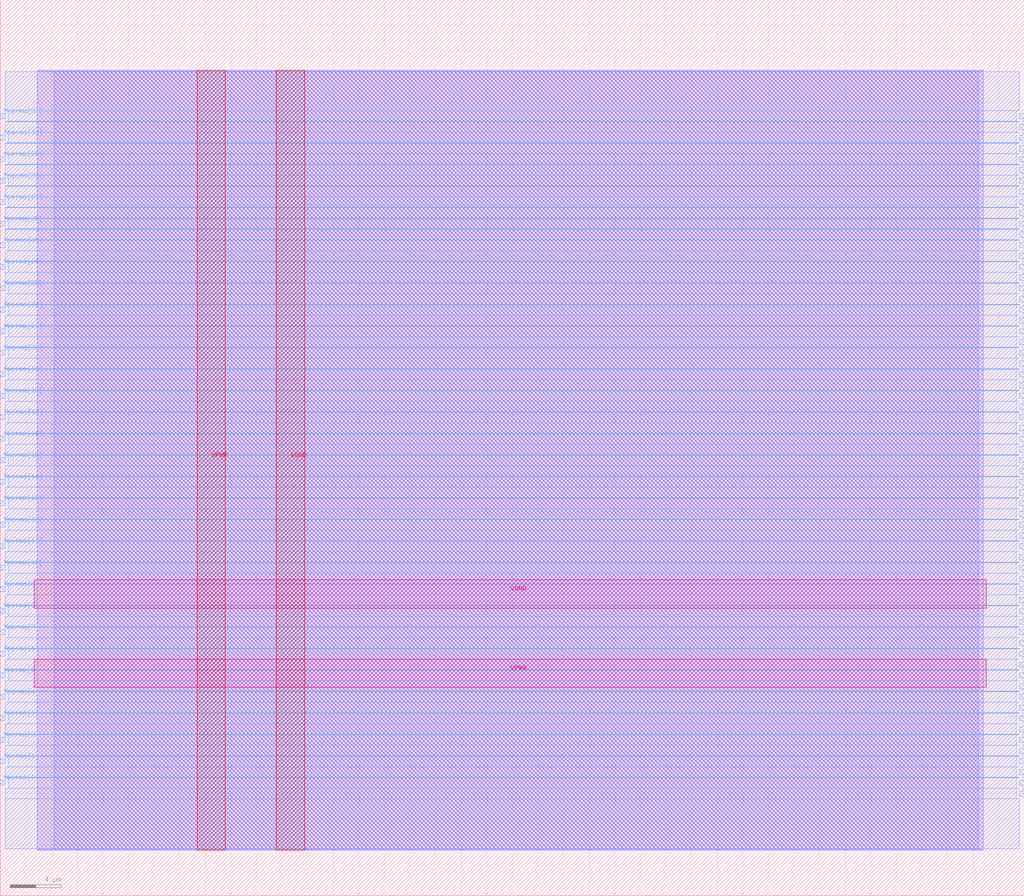
<source format=lef>
VERSION 5.7 ;
  NOWIREEXTENSIONATPIN ON ;
  DIVIDERCHAR "/" ;
  BUSBITCHARS "[]" ;
MACRO non_overlap
  CLASS BLOCK ;
  FOREIGN non_overlap ;
  ORIGIN 0.000 0.000 ;
  SIZE 80.000 BY 70.000 ;
  PIN ON[0]
    DIRECTION OUTPUT ;
    USE SIGNAL ;
    ANTENNADIFFAREA 0.299200 ;
    PORT
      LAYER Metal3 ;
        RECT 79.600 7.780 80.000 8.180 ;
    END
  END ON[0]
  PIN ON[10]
    DIRECTION OUTPUT ;
    USE SIGNAL ;
    ANTENNADIFFAREA 0.299200 ;
    PORT
      LAYER Metal3 ;
        RECT 79.600 24.580 80.000 24.980 ;
    END
  END ON[10]
  PIN ON[11]
    DIRECTION OUTPUT ;
    USE SIGNAL ;
    ANTENNADIFFAREA 0.299200 ;
    PORT
      LAYER Metal3 ;
        RECT 79.600 26.260 80.000 26.660 ;
    END
  END ON[11]
  PIN ON[12]
    DIRECTION OUTPUT ;
    USE SIGNAL ;
    ANTENNADIFFAREA 0.299200 ;
    PORT
      LAYER Metal3 ;
        RECT 79.600 27.940 80.000 28.340 ;
    END
  END ON[12]
  PIN ON[13]
    DIRECTION OUTPUT ;
    USE SIGNAL ;
    ANTENNADIFFAREA 0.299200 ;
    PORT
      LAYER Metal3 ;
        RECT 79.600 29.620 80.000 30.020 ;
    END
  END ON[13]
  PIN ON[14]
    DIRECTION OUTPUT ;
    USE SIGNAL ;
    ANTENNADIFFAREA 0.299200 ;
    PORT
      LAYER Metal3 ;
        RECT 79.600 31.300 80.000 31.700 ;
    END
  END ON[14]
  PIN ON[15]
    DIRECTION OUTPUT ;
    USE SIGNAL ;
    ANTENNADIFFAREA 0.299200 ;
    PORT
      LAYER Metal3 ;
        RECT 79.600 32.980 80.000 33.380 ;
    END
  END ON[15]
  PIN ON[16]
    DIRECTION OUTPUT ;
    USE SIGNAL ;
    ANTENNADIFFAREA 0.299200 ;
    PORT
      LAYER Metal3 ;
        RECT 79.600 34.660 80.000 35.060 ;
    END
  END ON[16]
  PIN ON[17]
    DIRECTION OUTPUT ;
    USE SIGNAL ;
    ANTENNADIFFAREA 0.299200 ;
    PORT
      LAYER Metal3 ;
        RECT 79.600 36.340 80.000 36.740 ;
    END
  END ON[17]
  PIN ON[18]
    DIRECTION OUTPUT ;
    USE SIGNAL ;
    ANTENNADIFFAREA 0.299200 ;
    PORT
      LAYER Metal3 ;
        RECT 79.600 38.020 80.000 38.420 ;
    END
  END ON[18]
  PIN ON[19]
    DIRECTION OUTPUT ;
    USE SIGNAL ;
    ANTENNADIFFAREA 0.299200 ;
    PORT
      LAYER Metal3 ;
        RECT 79.600 39.700 80.000 40.100 ;
    END
  END ON[19]
  PIN ON[1]
    DIRECTION OUTPUT ;
    USE SIGNAL ;
    ANTENNADIFFAREA 0.299200 ;
    PORT
      LAYER Metal3 ;
        RECT 79.600 9.460 80.000 9.860 ;
    END
  END ON[1]
  PIN ON[20]
    DIRECTION OUTPUT ;
    USE SIGNAL ;
    ANTENNADIFFAREA 0.299200 ;
    PORT
      LAYER Metal3 ;
        RECT 79.600 41.380 80.000 41.780 ;
    END
  END ON[20]
  PIN ON[21]
    DIRECTION OUTPUT ;
    USE SIGNAL ;
    ANTENNADIFFAREA 0.299200 ;
    PORT
      LAYER Metal3 ;
        RECT 79.600 43.060 80.000 43.460 ;
    END
  END ON[21]
  PIN ON[22]
    DIRECTION OUTPUT ;
    USE SIGNAL ;
    ANTENNADIFFAREA 0.299200 ;
    PORT
      LAYER Metal3 ;
        RECT 79.600 44.740 80.000 45.140 ;
    END
  END ON[22]
  PIN ON[23]
    DIRECTION OUTPUT ;
    USE SIGNAL ;
    ANTENNADIFFAREA 0.299200 ;
    PORT
      LAYER Metal3 ;
        RECT 79.600 46.420 80.000 46.820 ;
    END
  END ON[23]
  PIN ON[24]
    DIRECTION OUTPUT ;
    USE SIGNAL ;
    ANTENNADIFFAREA 0.299200 ;
    PORT
      LAYER Metal3 ;
        RECT 79.600 48.100 80.000 48.500 ;
    END
  END ON[24]
  PIN ON[25]
    DIRECTION OUTPUT ;
    USE SIGNAL ;
    ANTENNADIFFAREA 0.299200 ;
    PORT
      LAYER Metal3 ;
        RECT 79.600 49.780 80.000 50.180 ;
    END
  END ON[25]
  PIN ON[26]
    DIRECTION OUTPUT ;
    USE SIGNAL ;
    ANTENNADIFFAREA 0.299200 ;
    PORT
      LAYER Metal3 ;
        RECT 79.600 51.460 80.000 51.860 ;
    END
  END ON[26]
  PIN ON[27]
    DIRECTION OUTPUT ;
    USE SIGNAL ;
    ANTENNADIFFAREA 0.299200 ;
    PORT
      LAYER Metal3 ;
        RECT 79.600 53.140 80.000 53.540 ;
    END
  END ON[27]
  PIN ON[28]
    DIRECTION OUTPUT ;
    USE SIGNAL ;
    ANTENNADIFFAREA 0.299200 ;
    PORT
      LAYER Metal3 ;
        RECT 79.600 54.820 80.000 55.220 ;
    END
  END ON[28]
  PIN ON[29]
    DIRECTION OUTPUT ;
    USE SIGNAL ;
    ANTENNADIFFAREA 0.299200 ;
    PORT
      LAYER Metal3 ;
        RECT 79.600 56.500 80.000 56.900 ;
    END
  END ON[29]
  PIN ON[2]
    DIRECTION OUTPUT ;
    USE SIGNAL ;
    ANTENNADIFFAREA 0.299200 ;
    PORT
      LAYER Metal3 ;
        RECT 79.600 11.140 80.000 11.540 ;
    END
  END ON[2]
  PIN ON[30]
    DIRECTION OUTPUT ;
    USE SIGNAL ;
    ANTENNADIFFAREA 0.299200 ;
    PORT
      LAYER Metal3 ;
        RECT 79.600 58.180 80.000 58.580 ;
    END
  END ON[30]
  PIN ON[31]
    DIRECTION OUTPUT ;
    USE SIGNAL ;
    ANTENNADIFFAREA 0.299200 ;
    PORT
      LAYER Metal3 ;
        RECT 79.600 59.860 80.000 60.260 ;
    END
  END ON[31]
  PIN ON[3]
    DIRECTION OUTPUT ;
    USE SIGNAL ;
    ANTENNADIFFAREA 0.299200 ;
    PORT
      LAYER Metal3 ;
        RECT 79.600 12.820 80.000 13.220 ;
    END
  END ON[3]
  PIN ON[4]
    DIRECTION OUTPUT ;
    USE SIGNAL ;
    ANTENNADIFFAREA 0.299200 ;
    PORT
      LAYER Metal3 ;
        RECT 79.600 14.500 80.000 14.900 ;
    END
  END ON[4]
  PIN ON[5]
    DIRECTION OUTPUT ;
    USE SIGNAL ;
    ANTENNADIFFAREA 0.299200 ;
    PORT
      LAYER Metal3 ;
        RECT 79.600 16.180 80.000 16.580 ;
    END
  END ON[5]
  PIN ON[6]
    DIRECTION OUTPUT ;
    USE SIGNAL ;
    ANTENNADIFFAREA 0.299200 ;
    PORT
      LAYER Metal3 ;
        RECT 79.600 17.860 80.000 18.260 ;
    END
  END ON[6]
  PIN ON[7]
    DIRECTION OUTPUT ;
    USE SIGNAL ;
    ANTENNADIFFAREA 0.299200 ;
    PORT
      LAYER Metal3 ;
        RECT 79.600 19.540 80.000 19.940 ;
    END
  END ON[7]
  PIN ON[8]
    DIRECTION OUTPUT ;
    USE SIGNAL ;
    ANTENNADIFFAREA 0.299200 ;
    PORT
      LAYER Metal3 ;
        RECT 79.600 21.220 80.000 21.620 ;
    END
  END ON[8]
  PIN ON[9]
    DIRECTION OUTPUT ;
    USE SIGNAL ;
    ANTENNADIFFAREA 0.299200 ;
    PORT
      LAYER Metal3 ;
        RECT 79.600 22.900 80.000 23.300 ;
    END
  END ON[9]
  PIN ON_N[0]
    DIRECTION OUTPUT ;
    USE SIGNAL ;
    ANTENNADIFFAREA 0.299200 ;
    PORT
      LAYER Metal3 ;
        RECT 79.600 8.620 80.000 9.020 ;
    END
  END ON_N[0]
  PIN ON_N[10]
    DIRECTION OUTPUT ;
    USE SIGNAL ;
    ANTENNADIFFAREA 0.299200 ;
    PORT
      LAYER Metal3 ;
        RECT 79.600 25.420 80.000 25.820 ;
    END
  END ON_N[10]
  PIN ON_N[11]
    DIRECTION OUTPUT ;
    USE SIGNAL ;
    ANTENNADIFFAREA 0.299200 ;
    PORT
      LAYER Metal3 ;
        RECT 79.600 27.100 80.000 27.500 ;
    END
  END ON_N[11]
  PIN ON_N[12]
    DIRECTION OUTPUT ;
    USE SIGNAL ;
    ANTENNADIFFAREA 0.299200 ;
    PORT
      LAYER Metal3 ;
        RECT 79.600 28.780 80.000 29.180 ;
    END
  END ON_N[12]
  PIN ON_N[13]
    DIRECTION OUTPUT ;
    USE SIGNAL ;
    ANTENNADIFFAREA 0.299200 ;
    PORT
      LAYER Metal3 ;
        RECT 79.600 30.460 80.000 30.860 ;
    END
  END ON_N[13]
  PIN ON_N[14]
    DIRECTION OUTPUT ;
    USE SIGNAL ;
    ANTENNADIFFAREA 0.299200 ;
    PORT
      LAYER Metal3 ;
        RECT 79.600 32.140 80.000 32.540 ;
    END
  END ON_N[14]
  PIN ON_N[15]
    DIRECTION OUTPUT ;
    USE SIGNAL ;
    ANTENNADIFFAREA 0.299200 ;
    PORT
      LAYER Metal3 ;
        RECT 79.600 33.820 80.000 34.220 ;
    END
  END ON_N[15]
  PIN ON_N[16]
    DIRECTION OUTPUT ;
    USE SIGNAL ;
    ANTENNADIFFAREA 0.299200 ;
    PORT
      LAYER Metal3 ;
        RECT 79.600 35.500 80.000 35.900 ;
    END
  END ON_N[16]
  PIN ON_N[17]
    DIRECTION OUTPUT ;
    USE SIGNAL ;
    ANTENNADIFFAREA 0.299200 ;
    PORT
      LAYER Metal3 ;
        RECT 79.600 37.180 80.000 37.580 ;
    END
  END ON_N[17]
  PIN ON_N[18]
    DIRECTION OUTPUT ;
    USE SIGNAL ;
    ANTENNADIFFAREA 0.299200 ;
    PORT
      LAYER Metal3 ;
        RECT 79.600 38.860 80.000 39.260 ;
    END
  END ON_N[18]
  PIN ON_N[19]
    DIRECTION OUTPUT ;
    USE SIGNAL ;
    ANTENNADIFFAREA 0.299200 ;
    PORT
      LAYER Metal3 ;
        RECT 79.600 40.540 80.000 40.940 ;
    END
  END ON_N[19]
  PIN ON_N[1]
    DIRECTION OUTPUT ;
    USE SIGNAL ;
    ANTENNADIFFAREA 0.299200 ;
    PORT
      LAYER Metal3 ;
        RECT 79.600 10.300 80.000 10.700 ;
    END
  END ON_N[1]
  PIN ON_N[20]
    DIRECTION OUTPUT ;
    USE SIGNAL ;
    ANTENNADIFFAREA 0.299200 ;
    PORT
      LAYER Metal3 ;
        RECT 79.600 42.220 80.000 42.620 ;
    END
  END ON_N[20]
  PIN ON_N[21]
    DIRECTION OUTPUT ;
    USE SIGNAL ;
    ANTENNADIFFAREA 0.299200 ;
    PORT
      LAYER Metal3 ;
        RECT 79.600 43.900 80.000 44.300 ;
    END
  END ON_N[21]
  PIN ON_N[22]
    DIRECTION OUTPUT ;
    USE SIGNAL ;
    ANTENNADIFFAREA 0.299200 ;
    PORT
      LAYER Metal3 ;
        RECT 79.600 45.580 80.000 45.980 ;
    END
  END ON_N[22]
  PIN ON_N[23]
    DIRECTION OUTPUT ;
    USE SIGNAL ;
    ANTENNADIFFAREA 0.299200 ;
    PORT
      LAYER Metal3 ;
        RECT 79.600 47.260 80.000 47.660 ;
    END
  END ON_N[23]
  PIN ON_N[24]
    DIRECTION OUTPUT ;
    USE SIGNAL ;
    ANTENNADIFFAREA 0.299200 ;
    PORT
      LAYER Metal3 ;
        RECT 79.600 48.940 80.000 49.340 ;
    END
  END ON_N[24]
  PIN ON_N[25]
    DIRECTION OUTPUT ;
    USE SIGNAL ;
    ANTENNADIFFAREA 0.299200 ;
    PORT
      LAYER Metal3 ;
        RECT 79.600 50.620 80.000 51.020 ;
    END
  END ON_N[25]
  PIN ON_N[26]
    DIRECTION OUTPUT ;
    USE SIGNAL ;
    ANTENNADIFFAREA 0.299200 ;
    PORT
      LAYER Metal3 ;
        RECT 79.600 52.300 80.000 52.700 ;
    END
  END ON_N[26]
  PIN ON_N[27]
    DIRECTION OUTPUT ;
    USE SIGNAL ;
    ANTENNADIFFAREA 0.299200 ;
    PORT
      LAYER Metal3 ;
        RECT 79.600 53.980 80.000 54.380 ;
    END
  END ON_N[27]
  PIN ON_N[28]
    DIRECTION OUTPUT ;
    USE SIGNAL ;
    ANTENNADIFFAREA 0.299200 ;
    PORT
      LAYER Metal3 ;
        RECT 79.600 55.660 80.000 56.060 ;
    END
  END ON_N[28]
  PIN ON_N[29]
    DIRECTION OUTPUT ;
    USE SIGNAL ;
    ANTENNADIFFAREA 0.299200 ;
    PORT
      LAYER Metal3 ;
        RECT 79.600 57.340 80.000 57.740 ;
    END
  END ON_N[29]
  PIN ON_N[2]
    DIRECTION OUTPUT ;
    USE SIGNAL ;
    ANTENNADIFFAREA 0.299200 ;
    PORT
      LAYER Metal3 ;
        RECT 79.600 11.980 80.000 12.380 ;
    END
  END ON_N[2]
  PIN ON_N[30]
    DIRECTION OUTPUT ;
    USE SIGNAL ;
    ANTENNADIFFAREA 0.299200 ;
    PORT
      LAYER Metal3 ;
        RECT 79.600 59.020 80.000 59.420 ;
    END
  END ON_N[30]
  PIN ON_N[31]
    DIRECTION OUTPUT ;
    USE SIGNAL ;
    ANTENNADIFFAREA 0.299200 ;
    PORT
      LAYER Metal3 ;
        RECT 79.600 60.700 80.000 61.100 ;
    END
  END ON_N[31]
  PIN ON_N[3]
    DIRECTION OUTPUT ;
    USE SIGNAL ;
    ANTENNADIFFAREA 0.299200 ;
    PORT
      LAYER Metal3 ;
        RECT 79.600 13.660 80.000 14.060 ;
    END
  END ON_N[3]
  PIN ON_N[4]
    DIRECTION OUTPUT ;
    USE SIGNAL ;
    ANTENNADIFFAREA 0.299200 ;
    PORT
      LAYER Metal3 ;
        RECT 79.600 15.340 80.000 15.740 ;
    END
  END ON_N[4]
  PIN ON_N[5]
    DIRECTION OUTPUT ;
    USE SIGNAL ;
    ANTENNADIFFAREA 0.299200 ;
    PORT
      LAYER Metal3 ;
        RECT 79.600 17.020 80.000 17.420 ;
    END
  END ON_N[5]
  PIN ON_N[6]
    DIRECTION OUTPUT ;
    USE SIGNAL ;
    ANTENNADIFFAREA 0.299200 ;
    PORT
      LAYER Metal3 ;
        RECT 79.600 18.700 80.000 19.100 ;
    END
  END ON_N[6]
  PIN ON_N[7]
    DIRECTION OUTPUT ;
    USE SIGNAL ;
    ANTENNADIFFAREA 0.299200 ;
    PORT
      LAYER Metal3 ;
        RECT 79.600 20.380 80.000 20.780 ;
    END
  END ON_N[7]
  PIN ON_N[8]
    DIRECTION OUTPUT ;
    USE SIGNAL ;
    ANTENNADIFFAREA 0.299200 ;
    PORT
      LAYER Metal3 ;
        RECT 79.600 22.060 80.000 22.460 ;
    END
  END ON_N[8]
  PIN ON_N[9]
    DIRECTION OUTPUT ;
    USE SIGNAL ;
    ANTENNADIFFAREA 0.299200 ;
    PORT
      LAYER Metal3 ;
        RECT 79.600 23.740 80.000 24.140 ;
    END
  END ON_N[9]
  PIN VGND
    DIRECTION INOUT ;
    USE GROUND ;
    PORT
      LAYER Metal4 ;
        RECT 21.580 3.560 23.780 64.480 ;
    END
    PORT
      LAYER Metal5 ;
        RECT 2.660 22.480 77.020 24.680 ;
    END
  END VGND
  PIN VPWR
    DIRECTION INOUT ;
    USE POWER ;
    PORT
      LAYER Metal4 ;
        RECT 15.380 3.560 17.580 64.480 ;
    END
    PORT
      LAYER Metal5 ;
        RECT 2.660 16.280 77.020 18.480 ;
    END
  END VPWR
  PIN thermo[0]
    DIRECTION INPUT ;
    USE SIGNAL ;
    ANTENNAGATEAREA 0.543400 ;
    ANTENNADIFFAREA 1.124800 ;
    PORT
      LAYER Metal3 ;
        RECT 0.000 8.620 0.400 9.020 ;
    END
  END thermo[0]
  PIN thermo[10]
    DIRECTION INPUT ;
    USE SIGNAL ;
    ANTENNAGATEAREA 0.543400 ;
    ANTENNADIFFAREA 1.124800 ;
    PORT
      LAYER Metal3 ;
        RECT 0.000 25.420 0.400 25.820 ;
    END
  END thermo[10]
  PIN thermo[11]
    DIRECTION INPUT ;
    USE SIGNAL ;
    ANTENNAGATEAREA 0.543400 ;
    ANTENNADIFFAREA 1.124800 ;
    PORT
      LAYER Metal3 ;
        RECT 0.000 27.100 0.400 27.500 ;
    END
  END thermo[11]
  PIN thermo[12]
    DIRECTION INPUT ;
    USE SIGNAL ;
    ANTENNAGATEAREA 0.543400 ;
    ANTENNADIFFAREA 1.124800 ;
    PORT
      LAYER Metal3 ;
        RECT 0.000 28.780 0.400 29.180 ;
    END
  END thermo[12]
  PIN thermo[13]
    DIRECTION INPUT ;
    USE SIGNAL ;
    ANTENNAGATEAREA 0.543400 ;
    ANTENNADIFFAREA 1.124800 ;
    PORT
      LAYER Metal3 ;
        RECT 0.000 30.460 0.400 30.860 ;
    END
  END thermo[13]
  PIN thermo[14]
    DIRECTION INPUT ;
    USE SIGNAL ;
    ANTENNAGATEAREA 0.543400 ;
    ANTENNADIFFAREA 1.124800 ;
    PORT
      LAYER Metal3 ;
        RECT 0.000 32.140 0.400 32.540 ;
    END
  END thermo[14]
  PIN thermo[15]
    DIRECTION INPUT ;
    USE SIGNAL ;
    ANTENNAGATEAREA 0.543400 ;
    ANTENNADIFFAREA 1.124800 ;
    PORT
      LAYER Metal3 ;
        RECT 0.000 33.820 0.400 34.220 ;
    END
  END thermo[15]
  PIN thermo[16]
    DIRECTION INPUT ;
    USE SIGNAL ;
    ANTENNAGATEAREA 0.543400 ;
    ANTENNADIFFAREA 1.124800 ;
    PORT
      LAYER Metal3 ;
        RECT 0.000 35.500 0.400 35.900 ;
    END
  END thermo[16]
  PIN thermo[17]
    DIRECTION INPUT ;
    USE SIGNAL ;
    ANTENNAGATEAREA 0.543400 ;
    ANTENNADIFFAREA 1.124800 ;
    PORT
      LAYER Metal3 ;
        RECT 0.000 37.180 0.400 37.580 ;
    END
  END thermo[17]
  PIN thermo[18]
    DIRECTION INPUT ;
    USE SIGNAL ;
    ANTENNAGATEAREA 0.543400 ;
    ANTENNADIFFAREA 1.124800 ;
    PORT
      LAYER Metal3 ;
        RECT 0.000 38.860 0.400 39.260 ;
    END
  END thermo[18]
  PIN thermo[19]
    DIRECTION INPUT ;
    USE SIGNAL ;
    ANTENNAGATEAREA 0.543400 ;
    ANTENNADIFFAREA 1.124800 ;
    PORT
      LAYER Metal3 ;
        RECT 0.000 40.540 0.400 40.940 ;
    END
  END thermo[19]
  PIN thermo[1]
    DIRECTION INPUT ;
    USE SIGNAL ;
    ANTENNAGATEAREA 0.543400 ;
    ANTENNADIFFAREA 1.124800 ;
    PORT
      LAYER Metal3 ;
        RECT 0.000 10.300 0.400 10.700 ;
    END
  END thermo[1]
  PIN thermo[20]
    DIRECTION INPUT ;
    USE SIGNAL ;
    ANTENNAGATEAREA 0.543400 ;
    ANTENNADIFFAREA 1.124800 ;
    PORT
      LAYER Metal3 ;
        RECT 0.000 42.220 0.400 42.620 ;
    END
  END thermo[20]
  PIN thermo[21]
    DIRECTION INPUT ;
    USE SIGNAL ;
    ANTENNAGATEAREA 0.543400 ;
    ANTENNADIFFAREA 1.124800 ;
    PORT
      LAYER Metal3 ;
        RECT 0.000 43.900 0.400 44.300 ;
    END
  END thermo[21]
  PIN thermo[22]
    DIRECTION INPUT ;
    USE SIGNAL ;
    ANTENNAGATEAREA 0.543400 ;
    ANTENNADIFFAREA 1.124800 ;
    PORT
      LAYER Metal3 ;
        RECT 0.000 45.580 0.400 45.980 ;
    END
  END thermo[22]
  PIN thermo[23]
    DIRECTION INPUT ;
    USE SIGNAL ;
    ANTENNAGATEAREA 0.543400 ;
    ANTENNADIFFAREA 1.124800 ;
    PORT
      LAYER Metal3 ;
        RECT 0.000 47.260 0.400 47.660 ;
    END
  END thermo[23]
  PIN thermo[24]
    DIRECTION INPUT ;
    USE SIGNAL ;
    ANTENNAGATEAREA 0.543400 ;
    ANTENNADIFFAREA 1.124800 ;
    PORT
      LAYER Metal3 ;
        RECT 0.000 48.940 0.400 49.340 ;
    END
  END thermo[24]
  PIN thermo[25]
    DIRECTION INPUT ;
    USE SIGNAL ;
    ANTENNAGATEAREA 0.543400 ;
    ANTENNADIFFAREA 1.124800 ;
    PORT
      LAYER Metal3 ;
        RECT 0.000 50.620 0.400 51.020 ;
    END
  END thermo[25]
  PIN thermo[26]
    DIRECTION INPUT ;
    USE SIGNAL ;
    ANTENNAGATEAREA 0.543400 ;
    ANTENNADIFFAREA 1.124800 ;
    PORT
      LAYER Metal3 ;
        RECT 0.000 52.300 0.400 52.700 ;
    END
  END thermo[26]
  PIN thermo[27]
    DIRECTION INPUT ;
    USE SIGNAL ;
    ANTENNAGATEAREA 0.543400 ;
    ANTENNADIFFAREA 1.124800 ;
    PORT
      LAYER Metal3 ;
        RECT 0.000 53.980 0.400 54.380 ;
    END
  END thermo[27]
  PIN thermo[28]
    DIRECTION INPUT ;
    USE SIGNAL ;
    ANTENNAGATEAREA 0.543400 ;
    ANTENNADIFFAREA 1.124800 ;
    PORT
      LAYER Metal3 ;
        RECT 0.000 55.660 0.400 56.060 ;
    END
  END thermo[28]
  PIN thermo[29]
    DIRECTION INPUT ;
    USE SIGNAL ;
    ANTENNAGATEAREA 0.543400 ;
    ANTENNADIFFAREA 1.124800 ;
    PORT
      LAYER Metal3 ;
        RECT 0.000 57.340 0.400 57.740 ;
    END
  END thermo[29]
  PIN thermo[2]
    DIRECTION INPUT ;
    USE SIGNAL ;
    ANTENNAGATEAREA 0.543400 ;
    ANTENNADIFFAREA 1.124800 ;
    PORT
      LAYER Metal3 ;
        RECT 0.000 11.980 0.400 12.380 ;
    END
  END thermo[2]
  PIN thermo[30]
    DIRECTION INPUT ;
    USE SIGNAL ;
    ANTENNAGATEAREA 0.543400 ;
    ANTENNADIFFAREA 1.124800 ;
    PORT
      LAYER Metal3 ;
        RECT 0.000 59.020 0.400 59.420 ;
    END
  END thermo[30]
  PIN thermo[31]
    DIRECTION INPUT ;
    USE SIGNAL ;
    ANTENNAGATEAREA 0.543400 ;
    ANTENNADIFFAREA 1.124800 ;
    PORT
      LAYER Metal3 ;
        RECT 0.000 60.700 0.400 61.100 ;
    END
  END thermo[31]
  PIN thermo[3]
    DIRECTION INPUT ;
    USE SIGNAL ;
    ANTENNAGATEAREA 0.543400 ;
    ANTENNADIFFAREA 1.124800 ;
    PORT
      LAYER Metal3 ;
        RECT 0.000 13.660 0.400 14.060 ;
    END
  END thermo[3]
  PIN thermo[4]
    DIRECTION INPUT ;
    USE SIGNAL ;
    ANTENNAGATEAREA 0.543400 ;
    ANTENNADIFFAREA 1.124800 ;
    PORT
      LAYER Metal3 ;
        RECT 0.000 15.340 0.400 15.740 ;
    END
  END thermo[4]
  PIN thermo[5]
    DIRECTION INPUT ;
    USE SIGNAL ;
    ANTENNAGATEAREA 0.543400 ;
    ANTENNADIFFAREA 1.124800 ;
    PORT
      LAYER Metal3 ;
        RECT 0.000 17.020 0.400 17.420 ;
    END
  END thermo[5]
  PIN thermo[6]
    DIRECTION INPUT ;
    USE SIGNAL ;
    ANTENNAGATEAREA 0.543400 ;
    ANTENNADIFFAREA 1.124800 ;
    PORT
      LAYER Metal3 ;
        RECT 0.000 18.700 0.400 19.100 ;
    END
  END thermo[6]
  PIN thermo[7]
    DIRECTION INPUT ;
    USE SIGNAL ;
    ANTENNAGATEAREA 0.543400 ;
    ANTENNADIFFAREA 1.124800 ;
    PORT
      LAYER Metal3 ;
        RECT 0.000 20.380 0.400 20.780 ;
    END
  END thermo[7]
  PIN thermo[8]
    DIRECTION INPUT ;
    USE SIGNAL ;
    ANTENNAGATEAREA 0.543400 ;
    ANTENNADIFFAREA 1.124800 ;
    PORT
      LAYER Metal3 ;
        RECT 0.000 22.060 0.400 22.460 ;
    END
  END thermo[8]
  PIN thermo[9]
    DIRECTION INPUT ;
    USE SIGNAL ;
    ANTENNAGATEAREA 0.543400 ;
    ANTENNADIFFAREA 1.124800 ;
    PORT
      LAYER Metal3 ;
        RECT 0.000 23.740 0.400 24.140 ;
    END
  END thermo[9]
  OBS
      LAYER GatPoly ;
        RECT 2.880 3.630 76.800 64.410 ;
      LAYER Metal1 ;
        RECT 2.880 3.560 76.800 64.480 ;
      LAYER Metal2 ;
        RECT 4.215 3.635 76.425 64.405 ;
      LAYER Metal3 ;
        RECT 0.400 61.310 79.600 64.360 ;
        RECT 0.610 60.490 79.390 61.310 ;
        RECT 0.400 60.470 79.600 60.490 ;
        RECT 0.400 59.650 79.390 60.470 ;
        RECT 0.400 59.630 79.600 59.650 ;
        RECT 0.610 58.810 79.390 59.630 ;
        RECT 0.400 58.790 79.600 58.810 ;
        RECT 0.400 57.970 79.390 58.790 ;
        RECT 0.400 57.950 79.600 57.970 ;
        RECT 0.610 57.130 79.390 57.950 ;
        RECT 0.400 57.110 79.600 57.130 ;
        RECT 0.400 56.290 79.390 57.110 ;
        RECT 0.400 56.270 79.600 56.290 ;
        RECT 0.610 55.450 79.390 56.270 ;
        RECT 0.400 55.430 79.600 55.450 ;
        RECT 0.400 54.610 79.390 55.430 ;
        RECT 0.400 54.590 79.600 54.610 ;
        RECT 0.610 53.770 79.390 54.590 ;
        RECT 0.400 53.750 79.600 53.770 ;
        RECT 0.400 52.930 79.390 53.750 ;
        RECT 0.400 52.910 79.600 52.930 ;
        RECT 0.610 52.090 79.390 52.910 ;
        RECT 0.400 52.070 79.600 52.090 ;
        RECT 0.400 51.250 79.390 52.070 ;
        RECT 0.400 51.230 79.600 51.250 ;
        RECT 0.610 50.410 79.390 51.230 ;
        RECT 0.400 50.390 79.600 50.410 ;
        RECT 0.400 49.570 79.390 50.390 ;
        RECT 0.400 49.550 79.600 49.570 ;
        RECT 0.610 48.730 79.390 49.550 ;
        RECT 0.400 48.710 79.600 48.730 ;
        RECT 0.400 47.890 79.390 48.710 ;
        RECT 0.400 47.870 79.600 47.890 ;
        RECT 0.610 47.050 79.390 47.870 ;
        RECT 0.400 47.030 79.600 47.050 ;
        RECT 0.400 46.210 79.390 47.030 ;
        RECT 0.400 46.190 79.600 46.210 ;
        RECT 0.610 45.370 79.390 46.190 ;
        RECT 0.400 45.350 79.600 45.370 ;
        RECT 0.400 44.530 79.390 45.350 ;
        RECT 0.400 44.510 79.600 44.530 ;
        RECT 0.610 43.690 79.390 44.510 ;
        RECT 0.400 43.670 79.600 43.690 ;
        RECT 0.400 42.850 79.390 43.670 ;
        RECT 0.400 42.830 79.600 42.850 ;
        RECT 0.610 42.010 79.390 42.830 ;
        RECT 0.400 41.990 79.600 42.010 ;
        RECT 0.400 41.170 79.390 41.990 ;
        RECT 0.400 41.150 79.600 41.170 ;
        RECT 0.610 40.330 79.390 41.150 ;
        RECT 0.400 40.310 79.600 40.330 ;
        RECT 0.400 39.490 79.390 40.310 ;
        RECT 0.400 39.470 79.600 39.490 ;
        RECT 0.610 38.650 79.390 39.470 ;
        RECT 0.400 38.630 79.600 38.650 ;
        RECT 0.400 37.810 79.390 38.630 ;
        RECT 0.400 37.790 79.600 37.810 ;
        RECT 0.610 36.970 79.390 37.790 ;
        RECT 0.400 36.950 79.600 36.970 ;
        RECT 0.400 36.130 79.390 36.950 ;
        RECT 0.400 36.110 79.600 36.130 ;
        RECT 0.610 35.290 79.390 36.110 ;
        RECT 0.400 35.270 79.600 35.290 ;
        RECT 0.400 34.450 79.390 35.270 ;
        RECT 0.400 34.430 79.600 34.450 ;
        RECT 0.610 33.610 79.390 34.430 ;
        RECT 0.400 33.590 79.600 33.610 ;
        RECT 0.400 32.770 79.390 33.590 ;
        RECT 0.400 32.750 79.600 32.770 ;
        RECT 0.610 31.930 79.390 32.750 ;
        RECT 0.400 31.910 79.600 31.930 ;
        RECT 0.400 31.090 79.390 31.910 ;
        RECT 0.400 31.070 79.600 31.090 ;
        RECT 0.610 30.250 79.390 31.070 ;
        RECT 0.400 30.230 79.600 30.250 ;
        RECT 0.400 29.410 79.390 30.230 ;
        RECT 0.400 29.390 79.600 29.410 ;
        RECT 0.610 28.570 79.390 29.390 ;
        RECT 0.400 28.550 79.600 28.570 ;
        RECT 0.400 27.730 79.390 28.550 ;
        RECT 0.400 27.710 79.600 27.730 ;
        RECT 0.610 26.890 79.390 27.710 ;
        RECT 0.400 26.870 79.600 26.890 ;
        RECT 0.400 26.050 79.390 26.870 ;
        RECT 0.400 26.030 79.600 26.050 ;
        RECT 0.610 25.210 79.390 26.030 ;
        RECT 0.400 25.190 79.600 25.210 ;
        RECT 0.400 24.370 79.390 25.190 ;
        RECT 0.400 24.350 79.600 24.370 ;
        RECT 0.610 23.530 79.390 24.350 ;
        RECT 0.400 23.510 79.600 23.530 ;
        RECT 0.400 22.690 79.390 23.510 ;
        RECT 0.400 22.670 79.600 22.690 ;
        RECT 0.610 21.850 79.390 22.670 ;
        RECT 0.400 21.830 79.600 21.850 ;
        RECT 0.400 21.010 79.390 21.830 ;
        RECT 0.400 20.990 79.600 21.010 ;
        RECT 0.610 20.170 79.390 20.990 ;
        RECT 0.400 20.150 79.600 20.170 ;
        RECT 0.400 19.330 79.390 20.150 ;
        RECT 0.400 19.310 79.600 19.330 ;
        RECT 0.610 18.490 79.390 19.310 ;
        RECT 0.400 18.470 79.600 18.490 ;
        RECT 0.400 17.650 79.390 18.470 ;
        RECT 0.400 17.630 79.600 17.650 ;
        RECT 0.610 16.810 79.390 17.630 ;
        RECT 0.400 16.790 79.600 16.810 ;
        RECT 0.400 15.970 79.390 16.790 ;
        RECT 0.400 15.950 79.600 15.970 ;
        RECT 0.610 15.130 79.390 15.950 ;
        RECT 0.400 15.110 79.600 15.130 ;
        RECT 0.400 14.290 79.390 15.110 ;
        RECT 0.400 14.270 79.600 14.290 ;
        RECT 0.610 13.450 79.390 14.270 ;
        RECT 0.400 13.430 79.600 13.450 ;
        RECT 0.400 12.610 79.390 13.430 ;
        RECT 0.400 12.590 79.600 12.610 ;
        RECT 0.610 11.770 79.390 12.590 ;
        RECT 0.400 11.750 79.600 11.770 ;
        RECT 0.400 10.930 79.390 11.750 ;
        RECT 0.400 10.910 79.600 10.930 ;
        RECT 0.610 10.090 79.390 10.910 ;
        RECT 0.400 10.070 79.600 10.090 ;
        RECT 0.400 9.250 79.390 10.070 ;
        RECT 0.400 9.230 79.600 9.250 ;
        RECT 0.610 8.410 79.390 9.230 ;
        RECT 0.400 8.390 79.600 8.410 ;
        RECT 0.400 7.570 79.390 8.390 ;
        RECT 0.400 3.680 79.600 7.570 ;
  END
END non_overlap
END LIBRARY


</source>
